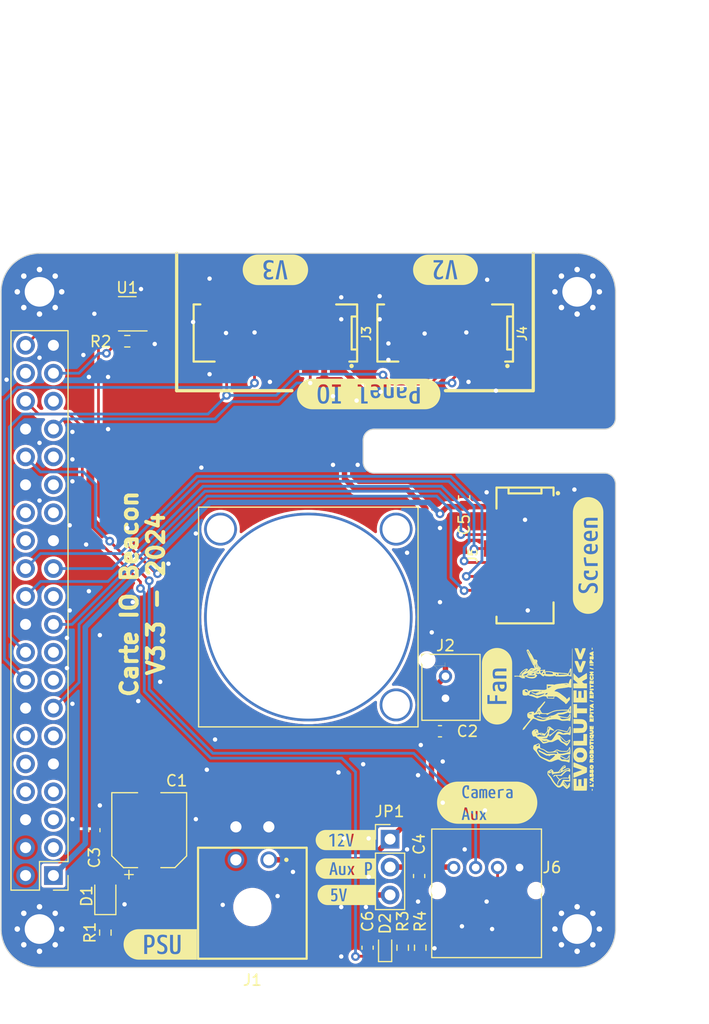
<source format=kicad_pcb>
(kicad_pcb (version 20221018) (generator pcbnew)
  (layers (0 "F.Cu" signal) (31 "B.Cu" signal) (34 "B.Paste" user) (35 "F.Paste" user) (36 "B.SilkS" user "B.Silkscreen") (37 "F.SilkS" user "F.Silkscreen") (38 "B.Mask" user) (39 "F.Mask" user) (44 "Edge.Cuts" user))
  (net 0 "")
  (net 1 "GND")
  (net 2 "+3.3V")
  (net 3 "+5V")
  (net 4 "+12V")
  (net 5 "Net-(D1-K)")
  (net 7 "/LGRE")
  (net 8 "/LRED")
  (net 9 "/BUZZER")
  (net 10 "/RST_H")
  (net 11 "Net-(J6-Pin_1)")
  (net 12 "/RST_S")
  (net 15 "/RST")
  (net 25 "Net-(J6-Pin_3)")
  (net 29 "/RST_OLED")
  (net 34 "/LEDS")
  (net 37 "/CONNECTED")
  (net 39 "/MOSI")
  (net 40 "/CE0")
  (net 41 "/SCLK")
  (net 42 "/DC")
  (footprint "kibuzzard-65F478FE" (layer "F.Cu") (at 36 115.4)
    (fp_text reference "kibuzzard-65F478FE" hide)
    (fp_text value "G***" hide)
  )
  (footprint "Resistor_SMD:R_0603_1608Metric" (layer "F.Cu") (at 58.1 115.7 90)
    (fp_text reference "R3" (at 2.4 0 90) (layer "F.SilkS"))
    (fp_text value "10K")
    (pad "1" smd roundrect (at -0.825 0 90) (size 0.8 0.95) (layers "F.Cu" "F.Paste" "F.Mask") (net 37 "/CONNECTED"))
    (pad "2" smd roundrect (at 0.825 0 90) (size 0.8 0.95) (layers "F.Cu" "F.Paste" "F.Mask") (net 25 "Net-(J6-Pin_3)"))
  )
  (footprint "ConnectorsEvo:690367281076" (layer "F.Cu") (at 46.5 59.75 180)
    (fp_text reference "J3" (at -8.3 -0.05 90) (layer "F.SilkS") (effects (font (size 0.8 0.8))))
    (fp_text value "Panel IO - Old")
    (pad "1" smd rect (at -5.715 -2.25 180) (size 1.5 3) (layers "F.Cu" "F.Paste" "F.Mask") (net 4 "+12V"))
    (pad "2" smd rect (at -4.445 2.25 180) (size 1.5 3) (layers "F.Cu" "F.Paste" "F.Mask"))
    (pad "3" smd rect (at -3.175 -2.25 180) (size 1.5 3) (layers "F.Cu" "F.Paste" "F.Mask") (net 9 "/BUZZER"))
    (pad "4" smd rect (at -1.905 2.25 180) (size 1.5 3) (layers "F.Cu" "F.Paste" "F.Mask"))
    (pad "5" smd rect (at -0.635 -2.25 180) (size 1.5 3) (layers "F.Cu" "F.Paste" "F.Mask") (net 1 "GND"))
    (pad "6" smd rect (at 0.635 2.25 180) (size 1.5 3) (layers "F.Cu" "F.Paste" "F.Mask"))
    (pad "7" smd rect (at 1.905 -2.25 180) (size 1.5 3) (layers "F.Cu" "F.Paste" "F.Mask") (net 8 "/LRED"))
    (pad "8" smd rect (at 3.175 2.25 180) (size 1.5 3) (layers "F.Cu" "F.Paste" "F.Mask"))
    (pad "9" smd rect (at 4.445 -2.25 180) (size 1.5 3) (layers "F.Cu" "F.Paste" "F.Mask") (net 7 "/LGRE"))
    (pad "10" smd rect (at 5.715 2.25 180) (size 1.5 3) (layers "F.Cu" "F.Paste" "F.Mask") (net 10 "/RST_H"))
  )
  (footprint "kibuzzard-65F47B56" (layer "F.Cu") (at 52.9 105.9)
    (fp_text reference "kibuzzard-65F47B56" hide)
    (fp_text value "G***" hide)
  )
  (footprint "Capacitor_SMD:C_0603_1608Metric" (layer "F.Cu") (at 63.7 74.7 -90)
    (fp_text reference "C5" (at 2.5 0 90) (layer "F.SilkS"))
    (fp_text value "4.7uF")
    (pad "1" smd roundrect (at -0.775 0 270) (size 0.9 0.95) (layers "F.Cu" "F.Paste" "F.Mask") (net 1 "GND"))
    (pad "2" smd roundrect (at 0.775 0 270) (size 0.9 0.95) (layers "F.Cu" "F.Paste" "F.Mask") (net 2 "+3.3V"))
  )
  (footprint "kibuzzard-65F47874" (layer "F.Cu") (at 46.5 54 180)
    (fp_text reference "kibuzzard-65F47874" hide)
    (fp_text value "G***" hide)
  )
  (footprint "Resistor_SMD:R_0603_1608Metric" (layer "F.Cu") (at 33 60.5)
    (fp_text reference "R2" (at -2.425 0.03125) (layer "F.SilkS"))
    (fp_text value "10K")
    (pad "1" smd roundrect (at -0.825 0) (size 0.8 0.95) (layers "F.Cu" "F.Paste" "F.Mask") (net 12 "/RST_S"))
    (pad "2" smd roundrect (at 0.825 0) (size 0.8 0.95) (layers "F.Cu" "F.Paste" "F.Mask") (net 1 "GND"))
  )
  (footprint "Capacitor_SMD:C_0603_1608Metric" (layer "F.Cu") (at 61.5 96 180)
    (fp_text reference "C2" (at -2.5 0 180) (layer "F.SilkS"))
    (fp_text value "4.7uF")
    (pad "1" smd roundrect (at -0.775 0 180) (size 0.9 0.95) (layers "F.Cu" "F.Paste" "F.Mask") (net 1 "GND"))
    (pad "2" smd roundrect (at 0.775 0 180) (size 0.9 0.95) (layers "F.Cu" "F.Paste" "F.Mask") (net 4 "+12V"))
  )
  (footprint "kibuzzard-65F47805" (layer "F.Cu") (at 55 65.3 180)
    (fp_text reference "kibuzzard-65F47805" hide)
    (fp_text value "G***" hide)
  )
  (footprint "ConnectorsEvo:690367280876" (layer "F.Cu") (at 69.25 80 -90)
    (fp_text reference "J5" (at 0 4.75 -90) (layer "F.SilkS") (effects (font (size 0.8 0.8))))
    (fp_text value "Screen")
    (pad "1" smd rect (at -4.445 -2.25 270) (size 1.5 3) (layers "F.Cu" "F.Paste" "F.Mask") (net 2 "+3.3V"))
    (pad "2" smd rect (at -3.175 2.25 270) (size 1.5 3) (layers "F.Cu" "F.Paste" "F.Mask") (net 1 "GND"))
    (pad "3" smd rect (at -1.905 -2.25 270) (size 1.5 3) (layers "F.Cu" "F.Paste" "F.Mask") (net 39 "/MOSI"))
    (pad "4" smd rect (at -0.635 2.25 270) (size 1.5 3) (layers "F.Cu" "F.Paste" "F.Mask") (net 41 "/SCLK"))
    (pad "5" smd rect (at 0.635 -2.25 270) (size 1.5 3) (layers "F.Cu" "F.Paste" "F.Mask") (net 40 "/CE0"))
    (pad "6" smd rect (at 1.905 2.25 270) (size 1.5 3) (layers "F.Cu" "F.Paste" "F.Mask") (net 42 "/DC"))
    (pad "7" smd rect (at 3.175 -2.25 270) (size 1.5 3) (layers "F.Cu" "F.Paste" "F.Mask") (net 29 "/RST_OLED"))
    (pad "8" smd rect (at 4.445 2.25 270) (size 1.5 3) (layers "F.Cu" "F.Paste" "F.Mask"))
  )
  (footprint "Capacitor_SMD:C_0603_1608Metric" (layer "F.Cu") (at 54.9 115.7 -90)
    (fp_text reference "C6" (at -2.4 0 90) (layer "F.SilkS"))
    (fp_text value "100nF")
    (pad "1" smd roundrect (at -0.775 0 270) (size 0.9 0.95) (layers "F.Cu" "F.Paste" "F.Mask") (net 1 "GND"))
    (pad "2" smd roundrect (at 0.775 0 270) (size 0.9 0.95) (layers "F.Cu" "F.Paste" "F.Mask") (net 37 "/CONNECTED"))
  )
  (footprint "kibuzzard-65F478C7" (layer "F.Cu") (at 66.7 91.9 90)
    (fp_text reference "kibuzzard-65F478C7" hide)
    (fp_text value "G***" hide)
  )
  (footprint "ComponentsEvo:20x20x10_DC_FAN" (layer "F.Cu") (at 49.5 85.6 -90)
    (fp_text reference "M1" hide)
    (fp_text value "Fan_20x20mm")
    (pad "" np_thru_hole circle (at -8 -8 270) (size 3 3) (drill 2.5) (layers "*.Cu" "*.Mask"))
    (pad "" np_thru_hole circle (at -8 8) (size 3 3) (drill 2.5) (layers "*.Cu" "*.Mask"))
    (pad "" np_thru_hole circle (at 0 0 270) (size 19 19) (drill 18.5) (layers "*.Cu" "*.Mask"))
    (pad "" np_thru_hole circle (at 8 -8 270) (size 3 3) (drill 2.5) (layers "*.Cu" "*.Mask"))
  )
  (footprint "kibuzzard-65F478A9" (layer "F.Cu") (at 75 80 90)
    (fp_text reference "kibuzzard-65F478A9" hide)
    (fp_text value "G***" hide)
  )
  (footprint "ComponentsEvo:logo-evo-min" (layer "F.Cu") (at 71.760768 94.823673 90)
    (fp_text reference "G***" hide)
    (fp_text value "LOGO" hide)
  )
  (footprint "ConnectorsEvo:S04B-PASK" (layer "F.Cu") (at 65.75 108.4 180)
    (fp_text reference "J6" (at -5.95 0) (layer "F.SilkS"))
    (fp_text value "CACA")
    (pad "" np_thru_hole circle (at -4.5 -2.1 180) (size 1.1 1.1) (drill 1.1) (layers "*.Cu" "*.Mask"))
    (pad "" np_thru_hole circle (at 4.5 -2.1 180) (size 1.1 1.1) (drill 1.1) (layers "*.Cu" "*.Mask"))
    (pad "1" thru_hole circle (at 3 0 180) (size 1.208 1.208) (drill 0.7) (layers "*.Cu" "*.Mask" "B.Adhes") (net 11 "Net-(J6-Pin_1)"))
    (pad "2" thru_hole circle (at 1 0 180) (size 1.208 1.208) (drill 0.7) (layers "*.Cu" "*.Mask") (net 34 "/LEDS"))
    (pad "3" thru_hole circle (at -1 0 180) (size 1.208 1.208) (drill 0.7) (layers "*.Cu" "*.Mask") (net 25 "Net-(J6-Pin_3)"))
    (pad "4" thru_hole circle (at -3 0 180) (size 1.208 1.208) (drill 0.7) (layers "*.Cu" "*.Mask") (net 1 "GND"))
  )
  (footprint "Package_TO_SOT_SMD:SOT-23-5" (layer "F.Cu") (at 33 58 180)
    (fp_text reference "U1" (at 0 2.375) (layer "F.SilkS"))
    (fp_text value "SN74LVC1G32")
    (pad "1" smd roundrect (at -1.1375 -0.95 180) (size 1.325 0.6) (layers "F.Cu" "F.Paste" "F.Mask") (net 10 "/RST_H"))
    (pad "2" smd roundrect (at -1.1375 0 180) (size 1.325 0.6) (layers "F.Cu" "F.Paste" "F.Mask") (net 12 "/RST_S"))
    (pad "3" smd roundrect (at -1.1375 0.95 180) (size 1.325 0.6) (layers "F.Cu" "F.Paste" "F.Mask") (net 1 "GND"))
    (pad "4" smd roundrect (at 1.1375 0.95 180) (size 1.325 0.6) (layers "F.Cu" "F.Paste" "F.Mask") (net 15 "/RST"))
    (pad "5" smd roundrect (at 1.1375 -0.95 180) (size 1.325 0.6) (layers "F.Cu" "F.Paste" "F.Mask") (net 2 "+3.3V"))
  )
  (footprint "ConnectorsEvo:690367280876" (layer "F.Cu") (at 61.975 59.75 180)
    (fp_text reference "J4" (at -7.025 -0.05 90) (layer "F.SilkS") (effects (font (size 0.8 0.8))))
    (fp_text value "Panel IO")
    (pad "1" smd rect (at -4.445 -2.25 180) (size 1.5 3) (layers "F.Cu" "F.Paste" "F.Mask") (net 4 "+12V"))
    (pad "2" smd rect (at -3.175 2.25 180) (size 1.5 3) (layers "F.Cu" "F.Paste" "F.Mask") (net 10 "/RST_H"))
    (pad "3" smd rect (at -1.905 -2.25 180) (size 1.5 3) (layers "F.Cu" "F.Paste" "F.Mask") (net 9 "/BUZZER"))
    (pad "4" smd rect (at -0.635 2.25 180) (size 1.5 3) (layers "F.Cu" "F.Paste" "F.Mask"))
    (pad "5" smd rect (at 0.635 -2.25 180) (size 1.5 3) (layers "F.Cu" "F.Paste" "F.Mask") (net 7 "/LGRE"))
    (pad "6" smd rect (at 1.905 2.25 180) (size 1.5 3) (layers "F.Cu" "F.Paste" "F.Mask") (net 8 "/LRED"))
    (pad "7" smd rect (at 3.175 -2.25 180) (size 1.5 3) (layers "F.Cu" "F.Paste" "F.Mask"))
    (pad "8" smd rect (at 4.445 2.25 180) (size 1.5 3) (layers "F.Cu" "F.Paste" "F.Mask") (net 1 "GND"))
  )
  (footprint "Resistor_SMD:R_0603_1608Metric" (layer "F.Cu") (at 31 114.325 -90)
    (fp_text reference "R1" (at 0 1.4 90) (layer "F.SilkS"))
    (fp_text value "1K")
    (pad "1" smd roundrect (at -0.825 0 270) (size 0.8 0.95) (layers "F.Cu" "F.Paste" "F.Mask") (net 5 "Net-(D1-K)"))
    (pad "2" smd roundrect (at 0.825 0 270) (size 0.8 0.95) (layers "F.Cu" "F.Paste" "F.Mask") (net 1 "GND"))
  )
  (footprint "kibuzzard-65F47AFD" (layer "F.Cu") (at 65.8 102.5)
    (fp_text reference "kibuzzard-65F47AFD" hide)
    (fp_text value "G***" hide)
  )
  (footprint "Diode_SMD:D_0805_2012Metric" (layer "F.Cu") (at 31 111 90)
    (fp_text reference "D1" (at 0 -1.7 90) (layer "F.SilkS"))
    (fp_text value "RED")
    (pad "1" smd roundrect (at -0.9375 0 90) (size 0.975 1.4) (layers "F.Cu" "F.Paste" "F.Mask") (net 5 "Net-(D1-K)"))
    (pad "2" smd roundrect (at 0.9375 0 90) (size 0.975 1.4) (layers "F.Cu" "F.Paste" "F.Mask") (net 3 "+5V"))
  )
  (footprint "ConnectorsEvo:66200421022" (layer "F.Cu") (at 44.4 111.65)
    (fp_text reference "J1" (at 0 7) (layer "F.SilkS"))
    (fp_text value "PSU")
    (pad "" np_thru_hole circle (at 0 0.35) (size 3 3) (drill 3) (layers "*.Cu" "*.Mask"))
    (pad "1" thru_hole circle (at 1.5 -3.95) (size 1.53 1.53) (drill 1.02) (layers "*.Cu" "*.Mask") (net 4 "+12V"))
    (pad "2" thru_hole circle (at -1.5 -3.95) (size 1.53 1.53) (drill 1.02) (layers "*.Cu" "*.Mask") (net 3 "+5V"))
    (pad "3" thru_hole circle (at 1.5 -6.95) (size 1.53 1.53) (drill 1.02) (layers "*.Cu" "*.Mask") (net 1 "GND"))
    (pad "4" thru_hole circle (at -1.5 -6.95) (size 1.53 1.53) (drill 1.02) (layers "*.Cu" "*.Mask") (net 1 "GND"))
  )
  (footprint "Capacitor_SMD:CP_Elec_6.3x7.7" (layer "F.Cu") (at 35 105 90)
    (fp_text reference "C1" (at 4.5 2.5) (layer "F.SilkS"))
    (fp_text value "100uF")
    (pad "1" smd roundrect (at -2.7 0 90) (size 3.5 1.6) (layers "F.Cu" "F.Paste" "F.Mask") (roundrect_rratio 0.15625) (net 3 "+5V"))
    (pad "2" smd roundrect (at 2.7 0 90) (size 3.5 1.6) (layers "F.Cu" "F.Paste" "F.Mask") (roundrect_rratio 0.15625) (net 1 "GND"))
  )
  (footprint "kibuzzard-65F47B76" (layer "F.Cu") (at 53 110.9)
    (fp_text reference "kibuzzard-65F47B76" hide)
    (fp_text value "G***" hide)
  )
  (footprint "Diode_SMD:D_SOD-523" (layer "F.Cu") (at 56.5 115.7 90)
    (fp_text reference "D2" (at 2.2 0 90) (layer "F.SilkS"))
    (fp_text value "3V")
    (pad "1" smd roundrect (at -0.7 0 270) (size 0.6 0.7) (layers "F.Cu" "F.Paste" "F.Mask") (net 37 "/CONNECTED"))
    (pad "2" smd roundrect (at 0.7 0 270) (size 0.6 0.7) (layers "F.Cu" "F.Paste" "F.Mask") (net 1 "GND"))
  )
  (footprint "ConnectorsEvo:B02B-PASK" (layer "F.Cu") (at 62 92 90)
    (fp_text reference "J2" (at 3.8 0 180) (layer "F.SilkS"))
    (fp_text value "FAN")
    (fp_text user "1" (at 1.968 -0.5 90) (layer "F.SilkS") (effects (font (thickness 0.015))))
    (pad "" np_thru_hole circle (at 2.5 -1.7 90) (size 1.1 1.1) (drill 1.1) (layers "*.Cu" "*.Mask"))
    (pad "1" thru_hole circle (at 1 0 90) (size 1.208 1.208) (drill 0.7) (layers "*.Cu" "*.Mask" "B.Adhes") (net 4 "+12V"))
    (pad "2" thru_hole circle (at -1 0 90) (size 1.208 1.208) (drill 0.7) (layers "*.Cu" "*.Mask") (net 1 "GND"))
  )
  (footprint "Capacitor_SMD:C_0603_1608Metric" (layer "F.Cu") (at 59.6 109.175 90)
    (fp_text reference "C4" (at 2.9 0 90) (layer "F.SilkS"))
    (fp_text value "4.7uF")
    (pad "1" smd roundrect (at -0.775 0 90) (size 0.9 0.95) (layers "F.Cu" "F.Paste" "F.Mask") (net 1 "GND"))
    (pad "2" smd roundrect (at 0.775 0 90) (size 0.9 0.95) (layers "F.Cu" "F.Paste" "F.Mask") (net 11 "Net-(J6-Pin_1)"))
  )
  (footprint "ComponentsEvo:Shield_Raspberry_Pi_with_11mm_Header" (layer "F.Cu") (at 25 85)
    (fp_text reference "U2" hide)
    (fp_text value "RaspberryPI")
    (pad "1" thru_hole rect (at 1.27 24.13 180) (size 1.7 1.7) (drill 1) (layers "*.Cu" "*.Mask") (net 2 "+3.3V"))
    (pad "2" thru_hole oval (at -1.27 24.13 180) (size 1.7 1.7) (drill 1) (layers "*.Cu" "*.Mask") (net 3 "+5V"))
    (pad "3" thru_hole oval (at 1.27 21.59 180) (size 1.7 1.7) (drill 1) (layers "*.Cu" "*.Mask"))
    (pad "4" thru_hole oval (at -1.27 21.59 180) (size 1.7 1.7) (drill 1) (layers "*.Cu" "*.Mask") (net 3 "+5V"))
    (pad "5" thru_hole oval (at 1.27 19.05 180) (size 1.7 1.7) (drill 1) (layers "*.Cu" "*.Mask"))
    (pad "6" thru_hole oval (at -1.27 19.05 180) (size 1.7 1.7) (drill 1) (layers "*.Cu" "*.Mask") (net 1 "GND"))
    (pad "7" thru_hole oval (at 1.27 16.51 180) (size 1.7 1.7) (drill 1) (layers "*.Cu" "*.Mask"))
    (pad "8" thru_hole oval (at -1.27 16.51 180) (size 1.7 1.7) (drill 1) (layers "*.Cu" "*.Mask"))
    (pad "9" thru_hole oval (at 1.27 13.97 180) (size 1.7 1.7) (drill 1) (layers "*.Cu" "*.Mask") (net 1 "GND"))
    (pad "10" thru_hole oval (at -1.27 13.97 180) (size 1.7 1.7) (drill 1) (layers "*.Cu" "*.Mask"))
    (pad "11" thru_hole oval (at 1.27 11.43 180) (size 1.7 1.7) (drill 1) (layers "*.Cu" "*.Mask"))
    (pad "12" thru_hole oval (at -1.27 11.43 180) (size 1.7 1.7) (drill 1) (layers "*.Cu" "*.Mask"))
    (pad "13" thru_hole oval (at 1.27 8.89 180) (size 1.7 1.7) (drill 1) (layers "*.Cu" "*.Mask") (net 29 "/RST_OLED"))
    (pad "14" thru_hole oval (at -1.27 8.89 180) (size 1.7 1.7) (drill 1) (layers "*.Cu" "*.Mask") (net 1 "GND"))
    (pad "15" thru_hole oval (at 1.27 6.35 180) (size 1.7 1.7) (drill 1) (layers "*.Cu" "*.Mask"))
    (pad "16" thru_hole oval (at -1.27 6.35 180) (size 1.7 1.7) (drill 1) (layers "*.Cu" "*.Mask") (net 8 "/LRED"))
    (pad "17" thru_hole oval (at 1.27 3.81 180) (size 1.7 1.7) (drill 1) (layers "*.Cu" "*.Mask"))
    (pad "18" thru_hole oval (at -1.27 3.81 180) (size 1.7 1.7) (drill 1) (layers "*.Cu" "*.Mask") (net 7 "/LGRE"))
    (pad "19" thru_hole oval (at 1.27 1.27 180) (size 1.7 1.7) (drill 1) (layers "*.Cu" "*.Mask") (net 39 "/MOSI"))
    (pad "20" thru_hole oval (at -1.27 1.27 180) (size 1.7 1.7) (drill 1) (layers "*.Cu" "*.Mask") (net 1 "GND"))
    (pad "21" thru_hole oval (at 1.27 -1.27 180) (size 1.7 1.7) (drill 1) (layers "*.Cu" "*.Mask"))
    (pad "22" thru_hole oval (at -1.27 -1.27 180) (size 1.7 1.7) (drill 1) (layers "*.Cu" "*.Mask") (net 40 "/CE0"))
    (pad "23" thru_hole oval (at 1.27 -3.81 180) (size 1.7 1.7) (drill 1) (layers "*.Cu" "*.Mask") (net 41 "/SCLK"))
    (pad "24" thru_hole oval (at -1.27 -3.81 180) (size 1.7 1.7) (drill 1) (layers "*.Cu" "*.Mask") (net 42 "/DC"))
    (pad "25" thru_hole oval (at 1.27 -6.35 180) (size 1.7 1.7) (drill 1) (layers "*.Cu" "*.Mask") (net 1 "GND"))
    (pad "26" thru_hole oval (at -1.27 -6.35 180) (size 1.7 1.7) (drill 1) (layers "*.Cu" "*.Mask"))
    (pad "27" thru_hole oval (at 1.27 -8.89 180) (size 1.7 1.7) (drill 1) (layers "*.Cu" "*.Mask"))
    (pad "28" thru_hole oval (at -1.27 -8.89 180) (size 1.7 1.7) (drill 1) (layers "*.Cu" "*.Mask"))
    (pad "29" thru_hole oval (at 1.27 -11.43 180) (size 1.7 1.7) (drill 1) (layers "*.Cu" "*.Mask"))
    (pad "30" thru_hole oval (at -1.27 -11.43 180) (size 1.7 1.7) (drill 1) (layers "*.Cu" "*.Mask") (net 1 "GND"))
    (pad "31" thru_hole oval (at 1.27 -13.97 180) (size 1.7 1.7) (drill 1) (layers "*.Cu" "*.Mask"))
    (pad "32" thru_hole oval (at -1.27 -13.97 180) (size 1.7 1.7) (drill 1) (layers "*.Cu" "*.Mask") (net 34 "/LEDS"))
    (pad "33" thru_hole oval (at 1.27 -16.51 180) (size 1.7 1.7) (drill 1) (layers "*.Cu" "*.Mask") (net 9 "/BUZZER"))
    (pad "34" thru_hole oval (at -1.27 -16.51 180) (size 1.7 1.7) (drill 1) (layers "*.Cu" "*.Mask") (net 1 "GND"))
    (pad "35" thru_hole oval (at 1.27 -19.05 180) (size 1.7 1.7) (drill 1) (layers "*.Cu" "*.Mask"))
    (pad "36" thru_hole oval (at -1.27 -19.05 180) (size 1.7 1.7) (drill 1) (layers "*.Cu" "*.Mask") (net 37 "/CONNECTED"))
    (pad "37" thru_hole oval (at 1.27 -21.59 180) (size 1.7 1.7) (drill 1) (layers "*.Cu" "*.Mask") (net 12 "/RST_S"))
    (pad "38" thru_hole oval (at -1.27 -21.59 180) (size 1.7 1.7) (drill 1) (layers "*.Cu" "*.Mask"))
    (pad "39" thru_hole oval (at 1.27 -24.13 180) (size 1.7 1.7) (drill 1) (layers "*.Cu" "*.Mask") (net 1 "GND"))
    (pad "40" thru_hole oval (at -1.27 -24.13 180) (size 1.7 1.7) (drill 1) (layers "*.Cu" "*.Mask") (net 15 "/RST"))
    (pad "MH" thru_hole circle (at -2.025 -29) (size 0.8 0.8) (drill 0.5) (layers "*.Cu" "*.Mask") (net 1 "GND"))
    (pad "MH" thru_hole circle (at -2.025 29) (size 0.8 0.8) (drill 0.5) (layers "*.Cu" "*.Mask") (net 1 "GND"))
    (pad "MH" thru_hole circle (at -1.431891 -30.431891) (size 0.8 0.8) (drill 0.5) (layers "*.Cu" "*.Mask") (net 1 "GND"))
    (pad "MH" thru_hole circle (at -1.431891 -27.568109) (size 0.8 0.8) (drill 0.5) (layers "*.Cu" "*.Mask") (net 1 "GND"))
    (pad "MH" thru_hole circle (at -1.431891 27.568109) (size 0.8 0.8) (drill 0.5) (layers "*.Cu" "*.Mask") (net 1 "GND"))
    (pad "MH" thru_hole circle (at -1.431891 30.431891) (size 0.8 0.8) (drill 0.5) (layers "*.Cu" "*.Mask") (net 1 "GND"))
    (pad "MH" thru_hole circle (at 0 -31.025) (size 0.8 0.8) (drill 0.5) (layers "*.Cu" "*.Mask") (net 1 "GND"))
    (pad "MH" thru_hole circle (at 0 -29) (size 5.4 5.4) (drill 2.7) (layers "*.Cu" "*.Mask") (net 1 "GND"))
    (pad "MH" thru_hole circle (at 0 -26.975) (size 0.8 0.8) (drill 0.5) (layers "*.Cu" "*.Mask") (net 1 "GND"))
    (pad "MH" thru_hole circle (at 0 26.975) (size 0.8 0.8) (drill 0.5) (layers "*.Cu" "*.Mask") (net 1 "GND"))
    (pad "MH" thru_hole circle (at 0 29) (size 5.4 5.4) (drill 2.7) (layers "*.Cu" "*.Mask") (net 1 "GND"))
    (pad "MH" thru_hole circle (at 0 31.025) (size 0.8 0.8) (drill 0.5) (layers "*.Cu" "*.Mask") (net 1 "GND"))
    (pad "MH" thru_hole circle (at 1.431891 -30.431891) (size 0.8 0.8) (drill 0.5) (layers "*.Cu" "*.Mask") (net 1 "GND"))
    (pad "MH" thru_hole circle (at 1.431891 -27.568109) (size 0.8 0.8) (drill 0.5) (layers "*.Cu" "*.Mask") (net 1 "GND"))
    (pad "MH" thru_hole circle (at 1.431891 27.568109) (size 0.8 0.8) (drill 0.5) (layers "*.Cu" "*.Mask") (net 1 "GND"))
    (pad "MH" thru_hole circle (at 1.431891 30.431891) (size 0.8 0.8) (drill 0.5) (layers "*.Cu" "*.Mask") (net 1 "GND"))
    (pad "MH" thru_hole circle (at 2.025 -29) (size 0.8 0.8) (drill 0.5) (layers "*.Cu" "*.Mask") (net 1 "GND"))
    (pad "MH" thru_hole circle (at 2.025 29) (size 0.8 0.8) (drill 0.5) (layers "*.Cu" "*.Mask") (net 1 "GND"))
    (pad "MH" thru_hole circle (at 46.975 -29) (size 0.8 0.8) (drill 0.5) (layers "*.Cu" "*.Mask") (net 1 "GND"))
    (pad "MH" thru_hole circle (at 46.975 29) (size 0.8 0.8) (drill 0.5) (layers "*.Cu" "*.Mask") (net 1 "GND"))
    (pad "MH" thru_hole circle (at 47.568109 -30.431891) (size 0.8 0.8) (drill 0.5) (layers "*.Cu" "*.Mask") (net 1 "GND"))
    (pad "MH" thru_hole circle (at 47.568109 -27.568109) (size 0.8 0.8) (drill 0.5) (layers "*.Cu" "*.Mask") (net 1 "GND"))
    (pad "MH" thru_hole circle (at 47.568109 27.568109) (size 0.8 0.8) (drill 0.5) (layers "*.Cu" "*.Mask") (net 1 "GND"))
    (pad "MH" thru_hole circle (at 47.568109 30.431891) (size 0.8 0.8) (drill 0.5) (layers "*.Cu" "*.Mask") (net 1 "GND"))
    (pad "MH" thru_hole circle (at 49 -31.025) (size 0.8 0.8) (drill 0.5) (layers "*.Cu" "*.Mask") (net 1 "GND"))
    (pad "MH" thru_hole circle (at 49 -29) (size 5.4 5.4) (drill 2.7) (layers "*.Cu" "*.Mask") (net 1 "GND"))
    (pad "MH" thru_hole circle (at 49 -26.975) (size 0.8 0.8) (drill 0.5) (layers "*.Cu" "*.Mask") (net 1 "GND"))
    (pad "MH" thru_hole circle (at 49 26.975) (size 0.8 0.8) (drill 0.5) (layers "*.Cu" "*.Mask") (net 1 "GND"))
    (pad "MH" thru_hole circle (at 49 29) (size 5.4 5.4) (drill 2.7) (layers "*.Cu" "*.Mask") (net 1 "GND"))
    (pad "MH" thru_hole circle (at 49 31.025) (size 0.8 0.8) (drill 0.5) (layers "*.Cu" "*.Mask") (net 1 "GND"))
    (pad "MH" thru_hole circle (at 50.431891 -30.431891) (size 0.8 0.8) (drill 0.5) (layers "*.Cu" "*.Mask") (net 1 "GND"))
    (pad "MH" thru_hole circle (at 50.431891 -27.568109) (size 0.8 0.8) (drill 0.5) (layers "*.Cu" "*.Mask") (net 1 "GND"))
    (pad "MH" thru_hole circle (at 50.431891 27.568109) (size 0.8 0.8) (drill 0.5) (layers "*.Cu" "*.Mask") (net 1 "GND"))
    (pad "MH" thru_hole circle (at 50.431891 30.431891) (size 0.8 0.8) (drill 0.5) (layers "*.Cu" "*.Mask") (net 1 "GND"))
    (pad "MH" thru_hole circle (at 51.025 -29) (size 0.8 0.8) (drill 0.5) (layers "*.Cu" "*.Mask") (net 1 "GND"))
    (pad "MH" thru_hole circle (at 51.025 29) (size 0.8 0.8) (drill 0.5) (layers "*.Cu" "*.Mask") (net 1 "GND"))
  )
  (footprint "Connector_PinHeader_2.54mm:PinHeader_1x03_P2.54mm_Vertical" (layer "F.Cu") (at 56.95 105.82)
    (fp_text reference "JP1" (at -0.05 -2.52) (layer "F.SilkS"))
    (fp_text value "Jumper_3_Open")
    (pad "1" thru_hole rect (at 0 0) (size 1.7 1.7) (drill 1) (layers "*.Cu" "*.Mask") (net 4 "+12V"))
    (pad "2" thru_hole oval (at 0 2.54) (size 1.7 1.7) (drill 1) (layers "*.Cu" "*.Mask") (net 11 "Net-(J6-Pin_1)"))
    (pad "3" thru_hole oval (at 0 5.08) (size 1.7 1.7) (drill 1) (layers "*.Cu" "*.Mask") (net 3 "+5V"))
  )
  (footprint "kibuzzard-65F4786A" (layer "F.Cu") (at 62 54 180)
    (fp_text reference "kibuzzard-65F4786A" hide)
    (fp_text value "G***" hide)
  )
  (footprint "kibuzzard-65F47B1F" (layer "F.Cu") (at 52.9 108.5)
    (fp_text reference "kibuzzard-65F47B1F" hide)
    (fp_text value "G***" hide)
  )
  (footprint "Capacitor_SMD:C_0603_1608Metric" (layer "F.Cu") (at 30 105 -90)
    (fp_text reference "C3" (at 2.5 0 90) (layer "F.SilkS"))
    (fp_text value "4.7uF")
    (pad "1" smd roundrect (at -0.775 0 270) (size 0.9 0.95) (layers "F.Cu" "F.Paste" "F.Mask") (net 1 "GND"))
    (pad "2" smd roundrect (at 0.775 0 270) (size 0.9 0.95) (layers "F.Cu" "F.Paste" "F.Mask") (net 3 "+5V"))
  )
  (footprint "Resistor_SMD:R_0603_1608Metric" (layer "F.Cu") (at 59.7 115.7 -90)
    (fp_text reference "R4" (at -2.4 0 90) (layer "F.SilkS"))
    (fp_text value "10K")
    (pad "1" smd roundrect (at -0.825 0 270) (size 0.8 0.95) (layers "F.Cu" "F.Paste" "F.Mask") (net 25 "Net-(J6-Pin_3)"))
    (pad "2" smd roundrect (at 0.825 0 270) (size 0.8 0.95) (layers "F.Cu" "F.Paste" "F.Mask") (net 1 "GND"))
  )
  (gr_line (start 70 65) (end 62 65) (stroke (width 0.3)) (layer "F.SilkS"))
  (gr_line (start 37.5 52.5) (end 37.5 65) (stroke (width 0.3)) (layer "F.SilkS"))
  (gr_line (start 48 65) (end 37.5 65) (stroke (width 0.3)) (layer "F.SilkS"))
  (gr_line (start 70 52.5) (end 70 65) (stroke (width 0.3)) (layer "F.SilkS"))
  (gr_arc (start 25 117.5) (mid 22.525126 116.474874) (end 21.5 114) (stroke (width 0.1)) (layer "Edge.Cuts"))
  (gr_line (start 76.5 72.5) (end 55.5 72.5) (stroke (width 0.1)) (layer "Edge.Cuts"))
  (gr_arc (start 54.5 69.5) (mid 54.792893 68.792893) (end 55.5 68.5) (stroke (width 0.1)) (layer "Edge.Cuts"))
  (gr_arc (start 21.5 56) (mid 22.525126 53.525126) (end 25 52.5) (stroke (width 0.1)) (layer "Edge.Cuts"))
  (gr_arc (start 77.5 114) (mid 76.474874 116.474874) (end 74 117.5) (stroke (width 0.1)) (layer "Edge.Cuts"))
  (gr_line (start 21.5 114) (end 21.5 56) (stroke (width 0.1)) (layer "Edge.Cuts"))
  (gr_arc (start 55.5 72.5) (mid 54.792893 72.207107) (end 54.5 71.5) (stroke (width 0.1)) (layer "Edge.Cuts"))
  (gr_arc (start 74 52.5) (mid 76.474874 53.525126) (end 77.5 56) (stroke (width 0.1)) (layer "Edge.Cuts"))
  (gr_line (start 77.5 67.5) (end 77.5 56) (stroke (width 0.1)) (layer "Edge.Cuts"))
  (gr_arc (start 76.5 72.5) (mid 77.207107 72.792893) (end 77.5 73.5) (stroke (width 0.1)) (layer "Edge.Cuts"))
  (gr_line (start 74 117.5) (end 25 117.5) (stroke (width 0.1)) (layer "Edge.Cuts"))
  (gr_line (start 55.5 68.5) (end 76.5 68.5) (stroke (width 0.1)) (layer "Edge.Cuts"))
  (gr_line (start 77.5 73.5) (end 77.5 114) (stroke (width 0.1)) (layer "Edge.Cuts"))
  (gr_line (start 54.5 71.5) (end 54.5 69.5) (stroke (width 0.1)) (layer "Edge.Cuts"))
  (gr_arc (start 77.5 67.5) (mid 77.207107 68.207107) (end 76.5 68.5) (stroke (width 0.1)) (layer "Edge.Cuts"))
  (gr_line (start 25 52.5) (end 74 52.5) (stroke (width 0.1)) (layer "Edge.Cuts"))
  (gr_text "Carte IO Beacon\nV3.3 - 2024" (at 34.4 83.5 90) (layer "F.SilkS") (effects (font (size 1.5 1.5) (thickness 0.35) bold)))
  (via (at 40.5 54.8) (size 0.8) (drill 0.4) (layers "F.Cu" "B.Cu") (net 1))
  (via (at 55 105.75) (size 0.8) (drill 0.4) (layers "F.Cu" "B.Cu") (net 1))
  (via (at 65.75 74.25) (size 0.8) (drill 0.4) (layers "F.Cu" "B.Cu") (net 1))
  (via (at 56.8 62.2) (size 0.8) (drill 0.4) (layers "F.Cu" "B.Cu") (net 1))
  (via (at 25 62) (size 0.8) (drill 0.4) (layers "F.Cu" "B.Cu") (net 1))
  (via (at 69.5 85) (size 0.8) (drill 0.4) (layers "F.Cu" "B.Cu") (net 1))
  (via (at 63.5 113.75) (size 0.8) (drill 0.4) (layers "F.Cu" "B.Cu") (net 1))
  (via (at 55 109.25) (size 0.8) (drill 0.4) (layers "F.Cu" "B.Cu") (net 1))
  (via (at 52.5 116.5) (size 0.8) (drill 0.4) (layers "F.Cu" "B.Cu") (net 1))
  (via (at 52.5 112) (size 0.8) (drill 0.4) (layers "F.Cu" "B.Cu") (net 1))
  (via (at 39.25 78) (size 0.8) (drill 0.4) (layers "F.Cu" "B.Cu") (net 1))
  (via (at 66.6 65) (size 0.8) (drill 0.4) (layers "F.Cu" "B.Cu") (net 1))
  (via (at 58.5 79.75) (size 0.8) (drill 0.4) (layers "F.Cu" "B.Cu") (net 1))
  (via (at 61.75 102.5) (size 0.8) (drill 0.4) (layers "F.Cu" "B.Cu") (net 1))
  (via (at 46.7 111) (size 0.8) (drill 0.4) (layers "F.Cu" "B.Cu") (net 1))
  (via (at 73.75 74) (size 0.8) (drill 0.4) (layers "F.Cu" "B.Cu") (net 1))
  (via (at 61 115.75) (size 0.8) (drill 0.4) (layers "F.Cu" "B.Cu") (net 1))
  (via (at 31.25 68.5) (size 0.8) (drill 0.4) (layers "F.Cu" "B.Cu") (net 1))
  (via (at 44.6 59.7) (size 0.8) (drill 0.4) (layers "F.Cu" "B.Cu") (net 1))
  (via (at 28 73.25) (size 0.8) (drill 0.4) (layers "F.Cu" "B.Cu") (net 1))
  (via (at 53.9 65.9) (size 0.8) (drill 0.4) (layers "F.Cu" "B.Cu") (net 1))
  (via (at 28 68.75) (size 0.8) (drill 0.4) (layers "F.Cu" "B.Cu") (net 1))
  (via (at 39.75 72) (size 0.8) (drill 0.4) (layers "F.Cu" "B.Cu") (net 1))
  (via (at 61.75 98.75) (size 0.8) (drill 0.4) (layers "F.Cu" "B.Cu") (net 1))
  (via (at 28 104) (size 0.8) (drill 0.4) (layers "F.Cu" "B.Cu") (net 1))
  (via (at 29.5 63.75) (size 0.8) (drill 0.4) (layers "F.Cu" "B.Cu") (net 1))
  (via (at 40.25 99.5) (size 0.8) (drill 0.4) (layers "F.Cu" "B.Cu") (net 1))
  (via (at 32.75 111.75) (size 0.8) (drill 0.4) (layers "F.Cu" "B.Cu") (net 1))
  (via (at 28 93.5) (size 0.8) (drill 0.4) (layers "F.Cu" "B.Cu") (net 1))
  (via (at 56 58.5) (size 0.8) (drill 0.4) (layers "F.Cu" "B.Cu") (net 1))
  (via (at 36.75 80.75) (size 0.8) (drill 0.4) (layers "F.Cu" "B.Cu") (net 1))
  (via (at 34.25 55.75) (size 0.8) (drill 0.4) (layers "F.Cu" "B.Cu") (net 1))
  (via (at 65.8 54.9) (size 0.8) (drill 0.4) (layers "F.Cu" "B.Cu") (net 1))
  (via (at 59.75 97.25) (size 0.8) (drill 0.4) (layers "F.Cu" "B.Cu") (net 1))
  (via (at 54.75 112) (size 0.8) (drill 0.4) (layers "F.Cu" "B.Cu") (net 1))
  (via (at 31.25 63.75) (size 0.8) (drill 0.4) (layers "F.Cu" "B.Cu") (net 1))
  (via (at 30 58) (size 0.8) (drill 0.4) (layers "F.Cu" "B.Cu") (net 1))
  (via (at 29.25 79) (size 0.8) (drill 0.4) (layers "F.Cu" "B.Cu") (net 1))
  (via (at 60.75 87) (size 0.8) (drill 0.4) (layers "F.Cu" "B.Cu") (net 1))
  (via (at 40.5 63.5) (size 0.8) (drill 0.4) (layers "F.Cu" "B.Cu") (net 1))
  (via (at 35.5 60.75) (size 0.8) (drill 0.4) (layers "F.Cu" "B.Cu") (net 1))
  (via (at 65.75 111.5) (size 0.8) (drill 0.4) (layers "F.Cu" "B.Cu") (net 1))
  (via (at 46 64.2) (size 0.8) (drill 0.4) (layers "F.Cu" "B.Cu") (net 1))
  (via (at 52.75 105.75) (size 0.8) (drill 0.4) (layers "F.Cu" "B.Cu") (net 1))
  (via (at 27.75 85) (size 0.8) (drill 0.4) (layers "F.Cu" "B.Cu") (net 1))
  (via (at 48.1 108.8) (size 0.8) (drill 0.4) (layers "F.Cu" "B.Cu") (net 1))
  (via (at 34 93.25) (size 0.8) (drill 0.4) (layers "F.Cu" "B.Cu") (net 1))
  (via (at 27.75 77.25) (size 0.8) (drill 0.4) (layers "F.Cu" "B.Cu") (net 1))
  (via (at 61.5 84.25) (size 0.8) (drill 0.4) (layers "F.Cu" "B.Cu") (net 1))
  (via (at 63.9 59.7) (size 0.8) (drill 0.4) (layers "F.Cu" "B.Cu") (net 1))
  (via (at 64.1 64.2) (size 0.8) (drill 0.4) (layers "F.Cu" "B.Cu") (net 1))
  (via (at 56.1 65.1) (size 0.8) (drill 0.4) (layers "F.Cu" "B.Cu") (net 1))
  (via (at 51.75 71.75) (size 0.8) (drill 0.4) (layers "F.Cu" "B.Cu") (net 1))
  (via (at 52.25 99.75) (size 0.8) (drill 0.4) (layers "F.Cu" "B.Cu") (net 1))
  (via (at 63.75 106.75) (size 0.8) (drill 0.4) (layers "F.Cu" "B.Cu") (net 1))
  (via (at 60.1 59.8) (size 0.8) (drill 0.4) (layers "F.Cu" "B.Cu") (net 1))
  (via (at 39.25 104) (size 0.8) (drill 0.4) (layers "F.Cu" "B.Cu") (net 1))
  (via (at 51.75 65.5) (size 0.8) (drill 0.4) (layers "F.Cu" "B.Cu") (net 1))
  (via (at 25 75) (size 0.8) (drill 0.4) (layers "F.Cu" "B.Cu") (net 1))
  (via (at 58.5 106.75) (size 0.8) (drill 0.4) (layers "F.Cu" "B.Cu") (net 1))
  (via (at 27.5 87.5) (size 0.8) (drill 0.4) (layers "F.Cu" "B.Cu") (net 1))
  (via (at 27.5 90.25) (size 0.8) (drill 0.4) (layers "F.Cu" "B.Cu") (net 1))
  (via (at 41.7 111.8) (size 0.8) (drill 0.4) (layers "F.Cu" "B.Cu") (net 1))
  (via (at 41 96.75) (size 0.8) (drill 0.4) (layers "F.Cu" "B.Cu") (net 1))
  (via (at 56.8 60.7) (size 0.8) (drill 0.4) (layers "F.Cu" "B.Cu") (net 1))
  (via (at 36 91.5) (size 0.8) (drill 0.4) (layers "F.Cu" "B.Cu") (net 1))
  (via (at 22 64) (size 0.8) (drill 0.4) (layers "F.Cu" "B.Cu") (net 1))
  (via (at 29 61.75) (size 0.8) (drill 0.4) (layers "F.Cu" "B.Cu") (net 1))
  (via (at 54.5 99) (size 0.8) (drill 0.4) (layers "F.Cu" "B.Cu") (net 1))
  (via (at 28 71.25) (size 0.8) (drill 0.4) (layers "F.Cu" "B.Cu") (net 1))
  (via (at 39 58.75) (size 0.8) (drill 0.4) (layers "F.Cu" "B.Cu") (net 1))
  (via (at 25 69.75) (size 0.8) (drill 0.4) (layers "F.Cu" "B.Cu") (net 1))
  (via (at 61.5 77.5) (size 0.8) (drill 0.4) (layers "F.Cu" "B.Cu") (net 1))
  (via (at 29.5 83.25) (size 0.8) (drill 0.4) (layers "F.Cu" "B.Cu") (net 1))
  (via (at 59.5 100) (size 0.8) (drill 0.4) (layers "F.Cu" "B.Cu") (net 1))
  (via (at 52.5 58.5) (size 0.8) (drill 0.4) (layers "F.Cu" "B.Cu") (net 1))
  (via (at 30.5 87.25) (size 0.8) (drill 0.4) (layers "F.Cu" "B.Cu") (net 1))
  (via (at 52.5 56.5) (size 0.8) (drill 0.4) (layers "F.Cu" "B.Cu") (net 1))
  (via (at 59.5 111.5) (size 0.8) (drill 0.4) (layers "F.Cu" "B.Cu") (net 1))
  (via (at 65.6 103.2) (size 0.8) (drill 0.4) (layers "F.Cu" "B.Cu") (net 1))
  (via (at 33.5 84.25) (size 0.8) (drill 0.4) (layers "F.Cu" "B.Cu") (net 1))
  (via (at 56 56.4) (size 0.8) (drill 0.4) (layers "F.Cu" "B.Cu") (net 1))
  (via (at 66.25 114) (size 0.8) (drill 0.4) (layers "F.Cu" "B.Cu") (net 1))
  (via (at 30.5 102.75) (size 0.8) (drill 0.4) (layers "F.Cu" "B.Cu") (net 1))
  (via (at 69.25 76.75) (size 0.8) (drill 0.4) (layers "F.Cu" "B.Cu") (net 1))
  (via (at 54 71.75) (size 0.8) (drill 0.4) (layers "F.Cu" "B.Cu") (net 1))
  (via (at 42 59.75) (size 0.8) (drill 0.4) (layers "F.Cu" "B.Cu") (net 1))
  (via (at 33 77.5) (size 0.8) (drill 0.4) (layers "F.Cu" "B.Cu") (net 1))
  (segment (start 30.375 60.4375) (end 30.375 76.375) (width 0.25) (layer "F.Cu") (net 2))
  (segment (start 35.649532 81.649532) (end 35.758879 81.649532) (width 0.25) (layer "F.Cu") (net 2))
  (segment (start 62.145 75.555) (end 71.5 75.555) (width 0.5) (layer "F.Cu") (net 2))
  (segment (start 30.375 76.375) (end 35.649532 81.649532) (width 0.25) (layer "F.Cu") (net 2))
  (segment (start 61.5 76.2) (end 62.145 75.555) (width 0.5) (layer "F.Cu") (net 2))
  (segment (start 31.8625 58.95) (end 30.375 60.4375) (width 0.25) (layer "F.Cu") (net 2))
  (via (at 61.5 76.2) (size 0.8) (drill 0.4) (layers "F.Cu" "B.Cu") (net 2))
  (via (at 35.758879 81.649532) (size 0.8) (drill 0.4) (layers "F.Cu" "B.Cu") (net 2))
  (segment (start 29.175 106.225) (end 26.27 109.13) (width 0.5) (layer "B.Cu") (net 2))
  (segment (start 35.749532 81.649532) (end 34.892982 80.792982) (width 0.25) (layer "B.Cu") (net 2))
  (segment (start 60.475 75.175) (end 40.510964 75.175) (width 0.5) (layer "B.Cu") (net 2))
  (segment (start 35.758879 81.649532) (end 35.749532 81.649532) (width 0.25) (layer "B.Cu") (net 2))
  (segment (start 34.892982 80.792982) (end 29.175 86.510964) (width 0.5) (layer "B.Cu") (net 2))
  (segment (start 61.5 76.2) (end 60.475 75.175) (width 0.5) (layer "B.Cu") (net 2))
  (segment (start 29.175 86.510964) (end 29.175 106.225) (width 0.5) (layer "B.Cu") (net 2))
  (segment (start 40.510964 75.175) (end 34.892982 80.792982) (width 0.5) (layer "B.Cu") (net 2))
  (segment (start 42.9 108.9) (end 42.9 107.7) (width 0.5) (layer "F.Cu") (net 3))
  (segment (start 43.5 109.5) (end 42.9 108.9) (width 0.5) (layer "F.Cu") (net 3))
  (segment (start 56.95 110.9) (end 48.228427 110.9) (width 0.5) (layer "F.Cu") (net 3))
  (segment (start 48.228427 110.9) (end 46.828427 109.5) (width 0.5) (layer "F.Cu") (net 3))
  (segment (start 46.828427 109.5) (end 43.5 109.5) (width 0.5) (layer "F.Cu") (net 3))
  (segment (start 52.8 73) (end 53.8 74) (width 0.5) (layer "F.Cu") (net 4))
  (segment (start 60.2 75.7) (end 60.2 84.5) (width 0.5) (layer "F.Cu") (net 4))
  (segment (start 52.215 62) (end 52.215 62.715) (width 0.5) (layer "F.Cu") (net 4))
  (segment (start 55.6 66.1) (end 64 66.1) (width 0.5) (layer "F.Cu") (net 4))
  (segment (start 60.2 84.5) (end 62 86.3) (width 0.5) (layer "F.Cu") (net 4))
  (segment (start 60.725 92.275) (end 62 91) (width 0.5) (layer "F.Cu") (net 4))
  (segment (start 66.42 63.68) (end 66.42 62.43) (width 0.5) (layer "F.Cu") (net 4))
  (segment (start 60.725 96) (end 60.725 92.275) (width 0.5) (layer "F.Cu") (net 4))
  (segment (start 64 66.1) (end 66.42 63.68) (width 0.5) (layer "F.Cu") (net 4))
  (segment (start 53.75 64.25) (end 55.6 66.1) (width 0.5) (layer "F.Cu") (net 4))
  (segment (start 58.5 74) (end 60.2 75.7) (width 0.5) (layer "F.Cu") (net 4))
  (segment (start 62 86.3) (end 62 91) (width 0.5) (layer "F.Cu") (net 4))
  (segment (start 52.8 65.2) (end 52.8 73) (width 0.5) (layer "F.Cu") (net 4))
  (segment (start 53.75 64.25) (end 52.8 65.2) (width 0.5) (layer "F.Cu") (net 4))
  (segment (start 52.215 62.715) (end 53.75 64.25) (width 0.5) (layer "F.Cu") (net 4))
  (segment (start 60.725 102.045) (end 60.725 96) (width 0.5) (layer "F.Cu") (net 4))
  (segment (start 53.8 74) (end 58.5 74) (width 0.5) (layer "F.Cu") (net 4))
  (segment (start 56.95 105.82) (end 55.07 107.7) (width 0.5) (layer "F.Cu") (net 4))
  (segment (start 56.95 105.82) (end 60.725 102.045) (width 0.5) (layer "F.Cu") (net 4))
  (segment (start 55.07 107.7) (end 45.9 107.7) (width 0.5) (layer "F.Cu") (net 4))
  (segment (start 31 111.9375) (end 31 113.5) (width 0.25) (layer "F.Cu") (net 5))
  (segment (start 61.34 63.66) (end 61.34 62) (width 0.25) (layer "F.Cu") (net 7))
  (segment (start 57.1245 64.4) (end 60.6 64.4) (width 0.25) (layer "F.Cu") (net 7))
  (segment (start 42.055 65.4245) (end 42.055 62) (width 0.25) (layer "F.Cu") (net 7))
  (segment (start 60.6 64.4) (end 61.34 63.66) (width 0.25) (layer "F.Cu") (net 7))
  (segment (start 56.3 63.5755) (end 57.1245 64.4) (width 0.25) (layer "F.Cu") (net 7))
  (via (at 56.3 63.5755) (size 0.8) (drill 0.4) (layers "F.Cu" "B.Cu") (net 7))
  (via (at 42.055 65.4245) (size 0.8) (drill 0.4) (layers "F.Cu" "B.Cu") (net 7))
  (segment (start 56.3 63.5755) (end 56.2245 63.5) (width 0.25) (layer "B.Cu") (net 7))
  (segment (start 42.055 65.4245) (end 40.3545 67.125) (width 0.25) (layer "B.Cu") (net 7))
  (segment (start 46.5755 65.4245) (end 42.055 65.4245) (width 0.25) (layer "B.Cu") (net 7))
  (segment (start 22.25 68.308299) (end 22.25 87.33) (width 0.25) (layer "B.Cu") (net 7))
  (segment (start 22.25 87.33) (end 23.73 88.81) (width 0.25) (layer "B.Cu") (net 7))
  (segment (start 23.433299 67.125) (end 22.25 68.308299) (width 0.25) (layer "B.Cu") (net 7))
  (segment (start 40.3545 67.125) (end 23.433299 67.125) (width 0.25) (layer "B.Cu") (net 7))
  (segment (start 48.5 63.5) (end 46.5755 65.4245) (width 0.25) (layer "B.Cu") (net 7))
  (segment (start 56.2245 63.5) (end 48.5 63.5) (width 0.25) (layer "B.Cu") (net 7))
  (segment (start 44.595 62) (end 44.595 61.25) (width 0.25) (layer "F.Cu") (net 8))
  (segment (start 60.07 58.25) (end 60.07 57.5) (width 0.25) (layer "F.Cu") (net 8))
  (segment (start 46.345 59.5) (end 58.82 59.5) (width 0.25) (layer "F.Cu") (net 8))
  (segment (start 44.595 61.25) (end 46.345 59.5) (width 0.25) (layer "F.Cu") (net 8))
  (segment (start 44.595 64.3) (end 44.595 62) (width 0.25) (layer "F.Cu") (net 8))
  (segment (start 58.82 59.5) (end 60.07 58.25) (width 0.25) (layer "F.Cu") (net 8))
  (via (at 44.595 64.3) (size 0.8) (drill 0.4) (layers "F.Cu" "B.Cu") (net 8))
  (segment (start 21.8 65.9) (end 21.8 89.42) (width 0.25) (layer "B.Cu") (net 8))
  (segment (start 21.8 89.42) (end 23.73 91.35) (width 0.25) (layer "B.Cu") (net 8))
  (segment (start 23 64.7) (end 21.8 65.9) (width 0.25) (layer "B.Cu") (net 8))
  (segment (start 44.595 64.3) (end 44.195 64.7) (width 0.25) (layer "B.Cu") (net 8))
  (segment (start 44.195 64.7) (end 23 64.7) (width 0.25) (layer "B.Cu") (net 8))
  (segment (start 62.6 64.3) (end 62.6 64) (width 0.25) (layer "F.Cu") (net 9))
  (segment (start 49.675 64.3) (end 49.675 62) (width 0.25) (layer "F.Cu") (net 9))
  (segment (start 63.88 62.72) (end 63.88 62) (width 0.25) (layer "F.Cu") (net 9))
  (segment (start 62.6 64) (end 63.88 62.72) (width 0.25) (layer "F.Cu") (net 9))
  (via (at 62.6 64.3) (size 0.8) (drill 0.4) (layers "F.Cu" "B.Cu") (net 9))
  (via (at 49.675 64.3) (size 0.8) (drill 0.4) (layers "F.Cu" "B.Cu") (net 9))
  (segment (start 49.675 64.3) (end 62.6 64.3) (width 0.25) (layer "B.Cu") (net 9))
  (segment (start 42.55 66) (end 40.975 67.575) (width 0.25) (layer "B.Cu") (net 9))
  (segment (start 48.45 64.3) (end 46.75 66) (width 0.25) (layer "B.Cu") (net 9))
  (segment (start 46.75 66) (end 42.55 66) (width 0.25) (layer "B.Cu") (net 9))
  (segment (start 27.185 67.575) (end 26.27 68.49) (width 0.25) (layer "B.Cu") (net 9))
  (segment (start 49.675 64.3) (end 48.45 64.3) (width 0.25) (layer "B.Cu") (net 9))
  (segment (start 40.975 67.575) (end 27.185 67.575) (width 0.25) (layer "B.Cu") (net 9))
  (segment (start 34.45 58.95) (end 34.1375 58.95) (width 0.25) (layer "F.Cu") (net 10))
  (segment (start 40.785 58.215) (end 39.25 59.75) (width 0.25) (layer "F.Cu") (net 10))
  (segment (start 40.785 55.715) (end 41.5 55) (width 0.25) (layer "F.Cu") (net 10))
  (segment (start 41.5 55) (end 64.5 55) (width 0.25) (layer "F.Cu") (net 10))
  (segment (start 39.25 59.75) (end 35.25 59.75) (width 0.25) (layer "F.Cu") (net 10))
  (segment (start 40.785 57.5) (end 40.785 58.215) (width 0.25) (layer "F.Cu") (net 10))
  (segment (start 65.15 55.65) (end 65.15 57.5) (width 0.25) (layer "F.Cu") (net 10))
  (segment (start 64.5 55) (end 65.15 55.65) (width 0.25) (layer "F.Cu") (net 10))
  (segment (start 35.25 59.75) (end 34.45 58.95) (width 0.25) (layer "F.Cu") (net 10))
  (segment (start 40.785 57.5) (end 40.785 55.715) (width 0.25) (layer "F.Cu") (net 10))
  (segment (start 56.95 108.36) (end 62.71 108.36) (width 0.5) (layer "F.Cu") (net 11))
  (segment (start 62.71 108.36) (end 62.75 108.4) (width 0.5) (layer "F.Cu") (net 11))
  (segment (start 32.175 60.5) (end 32.175 60.525) (width 0.25) (layer "F.Cu") (net 12))
  (segment (start 32.175 60.5) (end 33 59.675) (width 0.25) (layer "F.Cu") (net 12))
  (segment (start 33 58.501625) (end 33.501625 58) (width 0.25) (layer "F.Cu") (net 12))
  (segment (start 33 59.675) (end 33 58.501625) (width 0.25) (layer "F.Cu") (net 12))
  (segment (start 32.175 60.525) (end 31.1 61.6) (width 0.25) (layer "F.Cu") (net 12))
  (segment (start 33.501625 58) (end 34.1375 58) (width 0.25) (layer "F.Cu") (net 12))
  (via (at 31.1 61.6) (size 0.8) (drill 0.4) (layers "F.Cu" "B.Cu") (net 12))
  (segment (start 31.1 61.6) (end 30.4 61.6) (width 0.25) (layer "B.Cu") (net 12))
  (segment (start 28.59 63.41) (end 26.27 63.41) (width 0.25) (layer "B.Cu") (net 12))
  (segment (start 30.4 61.6) (end 28.59 63.41) (width 0.25) (layer "B.Cu") (net 12))
  (segment (start 29.2 57.05) (end 28.75 57.5) (width 0.25) (layer "F.Cu") (net 15))
  (segment (start 28.75 57.5) (end 28.75 59) (width 0.25) (layer "F.Cu") (net 15))
  (segment (start 28.75 59) (end 28.25 59.5) (width 0.25) (layer "F.Cu") (net 15))
  (segment (start 25.1 59.5) (end 23.73 60.87) (width 0.25) (layer "F.Cu") (net 15))
  (segment (start 31.8625 57.05) (end 29.2 57.05) (width 0.25) (layer "F.Cu") (net 15))
  (segment (start 28.25 59.5) (end 25.1 59.5) (width 0.25) (layer "F.Cu") (net 15))
  (segment (start 58.1 114.875) (end 59.7 114.875) (width 0.25) (layer "F.Cu") (net 25))
  (segment (start 63.925 114.875) (end 66.75 112.05) (width 0.25) (layer "F.Cu") (net 25))
  (segment (start 66.75 112.05) (end 66.75 108.4) (width 0.25) (layer "F.Cu") (net 25))
  (segment (start 59.7 114.875) (end 63.925 114.875) (width 0.25) (layer "F.Cu") (net 25))
  (segment (start 71.5 83.175) (end 63.725 83.175) (width 0.25) (layer "F.Cu") (net 29))
  (segment (start 63.725 83.175) (end 63.7 83.2) (width 0.25) (layer "F.Cu") (net 29))
  (via (at 63.7 83.2) (size 0.8) (drill 0.4) (layers "F.Cu" "B.Cu") (net 29))
  (segment (start 40.272792 74.6) (end 61.2 74.6) (width 0.25) (layer "B.Cu") (net 29))
  (segment (start 28.6 91.56) (end 28.6 86.272792) (width 0.25) (layer "B.Cu") (net 29))
  (segment (start 62.5 82) (end 63.7 83.2) (width 0.25) (layer "B.Cu") (net 29))
  (segment (start 28.6 86.272792) (end 40.272792 74.6) (width 0.25) (layer "B.Cu") (net 29))
  (segment (start 62.5 75.9) (end 62.5 82) (width 0.25) (layer "B.Cu") (net 29))
  (segment (start 26.27 93.89) (end 28.6 91.56) (width 0.25) (layer "B.Cu") (net 29))
  (segment (start 61.2 74.6) (end 62.5 75.9) (width 0.25) (layer "B.Cu") (net 29))
  (segment (start 31.4 78.7) (end 35 82.3) (width 0.25) (layer "F.Cu") (net 34))
  (via (at 31.4 78.7) (size 0.8) (drill 0.4) (layers "F.Cu" "B.Cu") (net 34))
  (via (at 35 82.3) (size 0.8) (drill 0.4) (layers "F.Cu" "B.Cu") (net 34))
  (segment (start 64.75 103.65) (end 64.75 108.4) (width 0.25) (layer "B.Cu") (net 34))
  (segment (start 28.995 72.395) (end 30.1 73.5) (width 0.25) (layer "B.Cu") (net 34))
  (segment (start 30.1 77.4) (end 31.4 78.7) (width 0.25) (layer "B.Cu") (net 34))
  (segment (start 59.1 98) (end 64.75 103.65) (width 0.25) (layer "B.Cu") (net 34))
  (segment (start 40.8 98) (end 59.1 98) (width 0.25) (layer "B.Cu") (net 34))
  (segment (start 35 92.2) (end 40.8 98) (width 0.25) (layer "B.Cu") (net 34))
  (segment (start 35 82.3) (end 35 92.2) (width 0.25) (layer "B.Cu") (net 34))
  (segment (start 23.73 71.03) (end 25.095 72.395) (width 0.25) (layer "B.Cu") (net 34))
  (segment (start 25.095 72.395) (end 28.995 72.395) (width 0.25) (layer "B.Cu") (net 34))
  (segment (start 30.1 73.5) (end 30.1 77.4) (width 0.25) (layer "B.Cu") (net 34))
  (segment (start 24.905 67.125) (end 23.73 65.95) (width 0.25) (layer "F.Cu") (net 37))
  (segment (start 28.9 77.225305) (end 28.9 68.3) (width 0.25) (layer "F.Cu") (net 37))
  (segment (start 34.2 82.4) (end 31.5 79.7) (width 0.25) (layer "F.Cu") (net 37))
  (segment (start 28.9 68.3) (end 27.725 67.125) (width 0.25) (layer "F.Cu") (net 37))
  (segment (start 54.975 116.4) (end 54.9 116.475) (width 0.25) (layer "F.Cu") (net 37))
  (segment (start 34.2 83) (end 34.2 82.4) (width 0.25) (layer "F.Cu") (net 37))
  (segment (start 31.374695 79.7) (end 28.9 77.225305) (width 0.25) (layer "F.Cu") (net 37))
  (segment (start 53.825 116.475) (end 53.8 116.5) (width 0.25) (layer "F.Cu") (net 37))
  (segment (start 54.9 116.475) (end 53.825 116.475) (width 0.25) (layer "F.Cu") (net 37))
  (segment (start 58.1 116.525) (end 56.625 116.525) (width 0.25) (layer "F.Cu") (net 37))
  (segment (start 56.5 116.4) (end 54.975 116.4) (width 0.25) (layer "F.Cu") (net 37))
  (segment (start 27.725 67.125) (end 24.905 67.125) (width 0.25) (layer "F.Cu") (net 37))
  (segment (start 31.5 79.7) (end 31.374695 79.7) (width 0.25) (layer "F.Cu") (net 37))
  (segment (start 56.625 116.525) (end 56.5 116.4) (width 0.25) (layer "F.Cu") (net 37))
  (via (at 34.2 83) (size 0.8) (drill 0.4) (layers "F.Cu" "B.Cu") (net 37))
  (via (at 53.8 116.5) (size 0.8) (drill 0.4) (layers "F.Cu" "B.Cu") (net 37))
  (segment (start 53.8 116.5) (end 53.8 99.7) (width 0.25) (layer "B.Cu") (net 37))
  (segment (start 53.8 99.7) (end 52.55 98.45) (width 0.25) (layer "B.Cu") (net 37))
  (segment (start 40.613604 98.45) (end 34.55 92.386396) (width 0.25) (layer "B.Cu") (net 37))
  (segment (start 52.55 98.45) (end 40.613604 98.45) (width 0.25) (layer "B.Cu") (net 37))
  (segment (start 34.55 83.35) (end 34.2 83) (width 0.25) (layer "B.Cu") (net 37))
  (segment (start 34.55 92.386396) (end 34.55 83.35) (width 0.25) (layer "B.Cu") (net 37))
  (segment (start 63.405 78.095) (end 71.5 78.095) (width 0.25) (layer "F.Cu") (net 39))
  (segment (start 63.4 78.1) (end 63.405 78.095) (width 0.25) (layer "F.Cu") (net 39))
  (via (at 63.4 78.1) (size 0.8) (drill 0.4) (layers "F.Cu" "B.Cu") (net 39))
  (segment (start 61.45 74.15) (end 63.4 76.1) (width 0.25) (layer "B.Cu") (net 39))
  (segment (start 26.27 86.27) (end 27.966396 86.27) (width 0.25) (layer "B.Cu") (net 39))
  (segment (start 63.4 76.1) (end 63.4 78.1) (width 0.25) (layer "B.Cu") (net 39))
  (segment (start 27.966396 86.27) (end 40.086396 74.15) (width 0.25) (layer "B.Cu") (net 39))
  (segment (start 40.086396 74.15) (end 61.45 74.15) (width 0.25) (layer "B.Cu") (net 39))
  (segment (start 63.835 80.635) (end 71.5 80.635) (width 0.25) (layer "F.Cu") (net 40))
  (segment (start 63.7 80.5) (end 63.835 80.635) (width 0.25) (layer "F.Cu") (net 40))
  (via (at 63.7 80.5) (size 0.8) (drill 0.4) (layers "F.Cu" "B.Cu") (net 40))
  (segment (start 25.095 82.365) (end 31.235 82.365) (width 0.25) (layer "B.Cu") (net 40))
  (segment (start 63.7 79.274695) (end 63.7 80.5) (width 0.25) (layer "B.Cu") (net 40))
  (segment (start 64.15 76.213604) (end 64.15 78.824695) (width 0.25) (layer "B.Cu") (net 40))
  (segment (start 61.636396 73.7) (end 64.15 76.213604) (width 0.25) (layer "B.Cu") (net 40))
  (segment (start 64.15 78.824695) (end 63.7 79.274695) (width 0.25) (layer "B.Cu") (net 40))
  (segment (start 39.9 73.7) (end 61.636396 73.7) (width 0.25) (layer "B.Cu") (net 40))
  (segment (start 31.235 82.365) (end 39.9 73.7) (width 0.25) (layer "B.Cu") (net 40))
  (segment (start 23.73 83.73) (end 25.095 82.365) (width 0.25) (layer "B.Cu") (net 40))
  (segment (start 67 79.365) (end 64.635 79.365) (width 0.25) (layer "F.Cu") (net 41))
  (segment (start 64.635 79.365) (end 64.6 79.4) (width 0.25) (layer "F.Cu") (net 41))
  (via (at 64.6 79.4) (size 0.8) (drill 0.4) (layers "F.Cu" "B.Cu") (net 41))
  (segment (start 31.61 81.19) (end 39.55 73.25) (width 0.25) (layer "B.Cu") (net 41))
  (segment (start 64.6 75.55) (end 64.6 79.4) (width 0.25) (layer "B.Cu") (net 41))
  (segment (start 62.3 73.25) (end 64.6 75.55) (width 0.25) (layer "B.Cu") (net 41))
  (segment (start 39.55 73.25) (end 62.3 73.25) (width 0.25) (layer "B.Cu") (net 41))
  (segment (start 26.27 81.19) (end 31.61 81.19) (width 0.25) (layer "B.Cu") (net 41))
  (segment (start 63.9 81.9) (end 63.905 81.905) (width 0.25) (layer "F.Cu") (net 42))
  (segment (start 63.905 81.905) (end 67 81.905) (width 0.25) (layer "F.Cu") (net 42))
  (via (at 63.9 81.9) (size 0.8) (drill 0.4) (layers "F.Cu" "B.Cu") (net 42))
  (segment (start 39.363604 72.8) (end 62.486396 72.8) (width 0.25) (layer "B.Cu") (net 42))
  (segment (start 65.325 80.475) (end 63.9 81.9) (width 0.25) (layer "B.Cu") (net 42))
  (segment (start 25.095 79.825) (end 32.338604 79.825) (width 0.25) (layer "B.Cu") (net 42))
  (segment (start 23.73 81.19) (end 25.095 79.825) (width 0.25) (layer "B.Cu") (net 42))
  (segment (start 62.486396 72.8) (end 65.325 75.638604) (width 0.25) (layer "B.Cu") (net 42))
  (segment (start 65.325 75.638604) (end 65.325 80.475) (width 0.25) (layer "B.Cu") (net 42))
  (segment (start 32.338604 79.825) (end 39.363604 72.8) (width 0.25) (layer "B.Cu") (net 42))
  (zone (net 3) (net_name "+5V") (layer "F.Cu") (name "5V") (priority 1) (connect_pads yes (clearance 0.254)) (min_thickness 0.254) (fill yes (thermal_gap 0.254) (thermal_bridge_width 0.254))
    (polygon (pts (xy 44.3 110.9) (xy 21.4 110.9) (xy 21.5 105) (xy 44.3 105)))
  )
  (zone (net 1) (net_name "GND") (layers "F&B.Cu") (name "GND") (connect_pads yes (clearance 0.254)) (min_thickness 0.254) (fill yes (thermal_gap 0.254) (thermal_bridge_width 0.254))
    (polygon (pts (xy 77.5 117.5) (xy 21.5 117.5) (xy 21.5 52.5) (xy 77.5 52.5)))
  )
)
</source>
